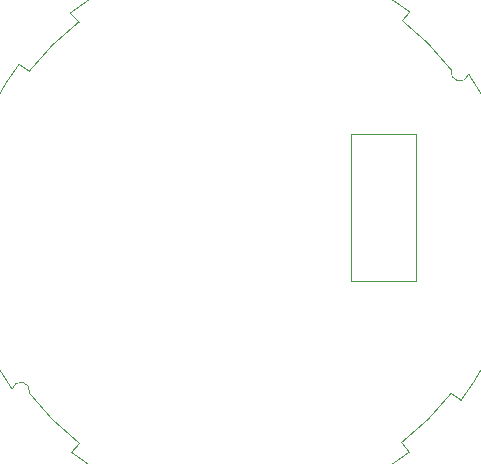
<source format=gbr>
%TF.GenerationSoftware,KiCad,Pcbnew,(6.0.9)*%
%TF.CreationDate,2024-03-26T20:23:00+01:00*%
%TF.ProjectId,HMW-IO-12-FM,484d572d-494f-42d3-9132-2d464d2e6b69,rev?*%
%TF.SameCoordinates,Original*%
%TF.FileFunction,Profile,NP*%
%FSLAX46Y46*%
G04 Gerber Fmt 4.6, Leading zero omitted, Abs format (unit mm)*
G04 Created by KiCad (PCBNEW (6.0.9)) date 2024-03-26 20:23:00*
%MOMM*%
%LPD*%
G01*
G04 APERTURE LIST*
%TA.AperFunction,Profile*%
%ADD10C,0.100000*%
%TD*%
G04 APERTURE END LIST*
D10*
X135681571Y-93721474D02*
G75*
G03*
X164274013Y-93709678I14288529J18650774D01*
G01*
X136309446Y-57278248D02*
G75*
G03*
X132098474Y-61463954I14188954J-18485652D01*
G01*
X132125223Y-88719779D02*
G75*
G03*
X130650136Y-88363575I-733323J195579D01*
G01*
X131269974Y-60836338D02*
G75*
G03*
X130650136Y-88363575I18642336J-14190372D01*
G01*
X167836726Y-61340874D02*
G75*
G03*
X163651021Y-57129902I-18485626J-14188926D01*
G01*
X132098474Y-61463954D02*
X131270106Y-60836439D01*
X159350000Y-66800000D02*
X164825000Y-66800000D01*
X164825000Y-66800000D02*
X164825000Y-79250000D01*
X164825000Y-79250000D02*
X159350000Y-79250000D01*
X159350000Y-79250000D02*
X159350000Y-66800000D01*
X167841738Y-88708924D02*
X168654950Y-89324877D01*
X163630768Y-92894632D02*
X164274013Y-93709678D01*
X168654950Y-89324877D02*
G75*
G03*
X169311912Y-61697101I-18700860J14266387D01*
G01*
X136297621Y-92908071D02*
X135681576Y-93721468D01*
X163651021Y-57129902D02*
X164278536Y-56401534D01*
X164278546Y-56401520D02*
G75*
G03*
X135570106Y-56536439I-14266546J-18723080D01*
G01*
X163630770Y-92894635D02*
G75*
G03*
X167841738Y-88708924I-14188970J18485635D01*
G01*
X136309444Y-57278246D02*
X135570106Y-56536439D01*
X132125319Y-88719804D02*
G75*
G03*
X136297621Y-92908071I18533581J14290604D01*
G01*
X167836700Y-61340864D02*
G75*
G03*
X169311912Y-61697101I733400J-195536D01*
G01*
M02*

</source>
